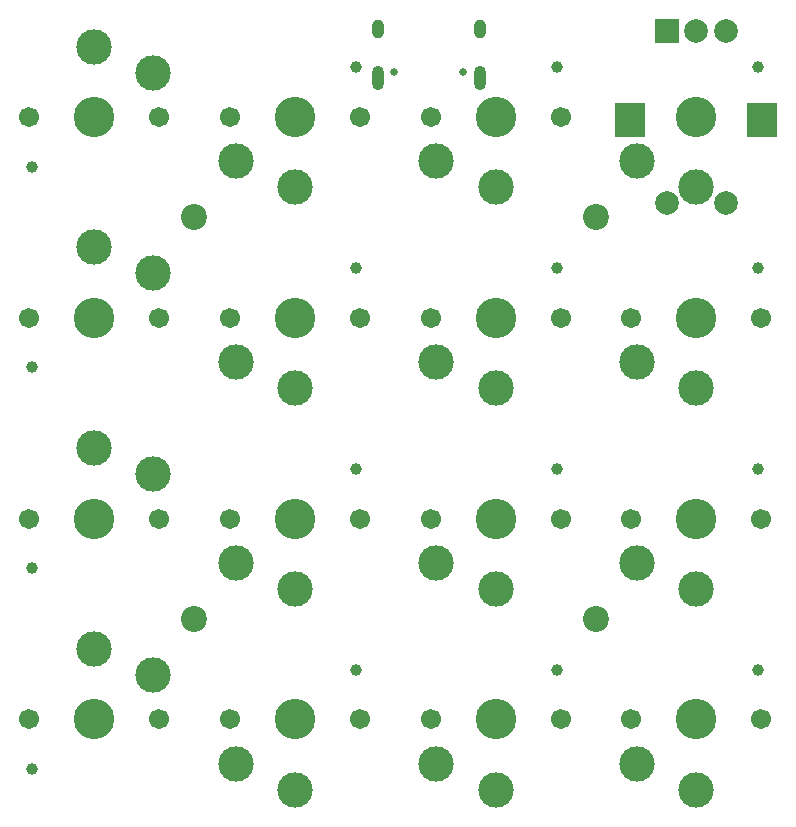
<source format=gts>
G04 #@! TF.GenerationSoftware,KiCad,Pcbnew,(6.0.4-0)*
G04 #@! TF.CreationDate,2023-09-21T22:42:23-05:00*
G04 #@! TF.ProjectId,kowgary16_cfx,6b6f7767-6172-4793-9136-5f6366782e6b,rev?*
G04 #@! TF.SameCoordinates,Original*
G04 #@! TF.FileFunction,Soldermask,Top*
G04 #@! TF.FilePolarity,Negative*
%FSLAX45Y45*%
G04 Gerber Fmt 4.5, Leading zero omitted, Abs format (unit mm)*
G04 Created by KiCad (PCBNEW (6.0.4-0)) date 2023-09-21 22:42:23*
%MOMM*%
%LPD*%
G01*
G04 APERTURE LIST*
%ADD10C,3.000000*%
%ADD11C,3.429000*%
%ADD12C,1.701800*%
%ADD13C,0.990600*%
%ADD14C,2.200000*%
%ADD15R,2.000000X2.000000*%
%ADD16C,2.000000*%
%ADD17R,2.500000X3.000000*%
%ADD18C,0.650000*%
%ADD19O,1.000000X2.100000*%
%ADD20O,1.000000X1.600000*%
G04 APERTURE END LIST*
D10*
G04 #@! TO.C,SW23*
X11687494Y-6332497D03*
D11*
X11687494Y-5737497D03*
D12*
X11137495Y-5737497D03*
D10*
X11187494Y-6112497D03*
D12*
X12237494Y-5737497D03*
D13*
X12209494Y-5317497D03*
G04 #@! TD*
D11*
G04 #@! TO.C,SW13*
X11687494Y-4037498D03*
D12*
X11137495Y-4037498D03*
D13*
X12209494Y-3617498D03*
D10*
X11187494Y-4412498D03*
D12*
X12237494Y-4037498D03*
D10*
X11687494Y-4632498D03*
G04 #@! TD*
G04 #@! TO.C,SW4*
X12887494Y-2712499D03*
X13387494Y-2932499D03*
D11*
X13387494Y-2337499D03*
D13*
X13909494Y-1917499D03*
D12*
X12837494Y-2337499D03*
X13937494Y-2337499D03*
G04 #@! TD*
D11*
G04 #@! TO.C,SW1*
X8287496Y-2337499D03*
D10*
X8287496Y-1742499D03*
X8787496Y-1962499D03*
D12*
X7737496Y-2337499D03*
X8837496Y-2337499D03*
D13*
X7765496Y-2757499D03*
G04 #@! TD*
D12*
G04 #@! TO.C,SW34*
X13937494Y-7437496D03*
D13*
X13909494Y-7017496D03*
D11*
X13387494Y-7437496D03*
D12*
X12837494Y-7437496D03*
D10*
X13387494Y-8032496D03*
X12887494Y-7812496D03*
G04 #@! TD*
D13*
G04 #@! TO.C,SW33*
X12209494Y-7017496D03*
D10*
X11187494Y-7812496D03*
D12*
X12237494Y-7437496D03*
D11*
X11687494Y-7437496D03*
D10*
X11687494Y-8032496D03*
D12*
X11137495Y-7437496D03*
G04 #@! TD*
G04 #@! TO.C,SW24*
X13937494Y-5737497D03*
D13*
X13909494Y-5317497D03*
D10*
X12887494Y-6112497D03*
D11*
X13387494Y-5737497D03*
D10*
X13387494Y-6332497D03*
D12*
X12837494Y-5737497D03*
G04 #@! TD*
D10*
G04 #@! TO.C,SW32*
X9987495Y-8032496D03*
X9487495Y-7812496D03*
D12*
X10537495Y-7437496D03*
D11*
X9987495Y-7437496D03*
D13*
X10509495Y-7017496D03*
D12*
X9437495Y-7437496D03*
G04 #@! TD*
G04 #@! TO.C,SW31*
X8837496Y-7437496D03*
D10*
X8787496Y-7062496D03*
D11*
X8287496Y-7437496D03*
D12*
X7737496Y-7437496D03*
D13*
X7765496Y-7857496D03*
D10*
X8287496Y-6842496D03*
G04 #@! TD*
G04 #@! TO.C,SW3*
X11687494Y-2932499D03*
D12*
X11137495Y-2337499D03*
D10*
X11187494Y-2712499D03*
D12*
X12237494Y-2337499D03*
D13*
X12209494Y-1917499D03*
D11*
X11687494Y-2337499D03*
G04 #@! TD*
D13*
G04 #@! TO.C,SW14*
X13909494Y-3617498D03*
D12*
X12837494Y-4037498D03*
X13937494Y-4037498D03*
D10*
X12887494Y-4412498D03*
D11*
X13387494Y-4037498D03*
D10*
X13387494Y-4632498D03*
G04 #@! TD*
G04 #@! TO.C,SW21*
X8787496Y-5362497D03*
X8287496Y-5142497D03*
D12*
X7737496Y-5737497D03*
X8837496Y-5737497D03*
D11*
X8287496Y-5737497D03*
D13*
X7765496Y-6157497D03*
G04 #@! TD*
D10*
G04 #@! TO.C,SW2*
X9487495Y-2712499D03*
D11*
X9987495Y-2337499D03*
D13*
X10509495Y-1917499D03*
D10*
X9987495Y-2932499D03*
D12*
X9437495Y-2337499D03*
X10537495Y-2337499D03*
G04 #@! TD*
D10*
G04 #@! TO.C,SW12*
X9487495Y-4412498D03*
D13*
X10509495Y-3617498D03*
D10*
X9987495Y-4632498D03*
D11*
X9987495Y-4037498D03*
D12*
X10537495Y-4037498D03*
X9437495Y-4037498D03*
G04 #@! TD*
G04 #@! TO.C,SW22*
X9437495Y-5737497D03*
D10*
X9987495Y-6332497D03*
D13*
X10509495Y-5317497D03*
D12*
X10537495Y-5737497D03*
D11*
X9987495Y-5737497D03*
D10*
X9487495Y-6112497D03*
G04 #@! TD*
D12*
G04 #@! TO.C,SW11*
X8837496Y-4037498D03*
X7737496Y-4037498D03*
D10*
X8787496Y-3662498D03*
D13*
X7765496Y-4457498D03*
D10*
X8287496Y-3442498D03*
D11*
X8287496Y-4037498D03*
G04 #@! TD*
D14*
G04 #@! TO.C,H2*
X9137496Y-3187498D03*
G04 #@! TD*
D15*
G04 #@! TO.C,SW5*
X13137513Y-1612502D03*
D16*
X13637513Y-1612502D03*
X13387513Y-1612502D03*
D17*
X13947513Y-2362502D03*
X12827513Y-2362502D03*
D16*
X13137513Y-3062502D03*
X13637513Y-3062502D03*
G04 #@! TD*
D14*
G04 #@! TO.C,H4*
X12537494Y-6587497D03*
G04 #@! TD*
D18*
G04 #@! TO.C,J1*
X10831828Y-1960499D03*
X11409828Y-1960499D03*
D19*
X10688828Y-2010499D03*
D20*
X10688828Y-1592499D03*
X11552828Y-1592499D03*
D19*
X11552828Y-2010499D03*
G04 #@! TD*
D14*
G04 #@! TO.C,H3*
X9137496Y-6587497D03*
G04 #@! TD*
G04 #@! TO.C,H1*
X12537494Y-3187498D03*
G04 #@! TD*
M02*

</source>
